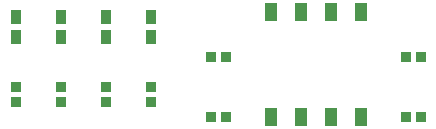
<source format=gtp>
G04*
G04 #@! TF.GenerationSoftware,Altium Limited,Altium Designer,23.10.1 (27)*
G04*
G04 Layer_Color=8421504*
%FSLAX44Y44*%
%MOMM*%
G71*
G04*
G04 #@! TF.SameCoordinates,07F531DC-FA92-4897-9D3F-F805C0A64ABC*
G04*
G04*
G04 #@! TF.FilePolarity,Positive*
G04*
G01*
G75*
%ADD14R,0.8500X1.2000*%
%ADD15R,1.1000X1.5000*%
%ADD16R,0.8500X0.9500*%
%ADD17R,0.9500X0.8500*%
D14*
X1003300Y643750D02*
D03*
Y626250D02*
D03*
X1041400Y643750D02*
D03*
Y626250D02*
D03*
X1079500Y643750D02*
D03*
Y626250D02*
D03*
X1117600Y643750D02*
D03*
Y626250D02*
D03*
D15*
X1295400Y647700D02*
D03*
Y558700D02*
D03*
X1270000Y647700D02*
D03*
Y558700D02*
D03*
X1244600Y647700D02*
D03*
Y558700D02*
D03*
X1219200Y647700D02*
D03*
Y558700D02*
D03*
D16*
X1181100Y558800D02*
D03*
X1168600D02*
D03*
X1181100Y609600D02*
D03*
X1168600D02*
D03*
X1333500D02*
D03*
X1346000D02*
D03*
X1333500Y558800D02*
D03*
X1346000D02*
D03*
D17*
X1003300Y571500D02*
D03*
Y584000D02*
D03*
X1041400Y571500D02*
D03*
Y584000D02*
D03*
X1079500Y571700D02*
D03*
Y584200D02*
D03*
X1117600Y571500D02*
D03*
Y584000D02*
D03*
M02*

</source>
